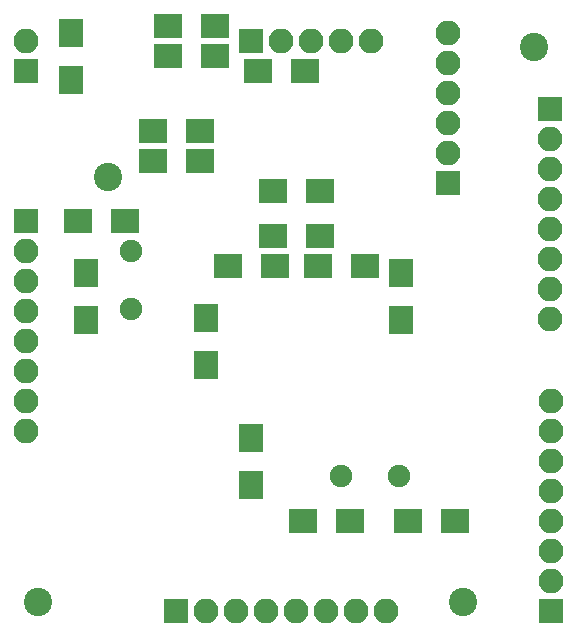
<source format=gbs>
G04 #@! TF.FileFunction,Soldermask,Bot*
%FSLAX46Y46*%
G04 Gerber Fmt 4.6, Leading zero omitted, Abs format (unit mm)*
G04 Created by KiCad (PCBNEW 4.0.6) date 02/27/18 09:20:59*
%MOMM*%
%LPD*%
G01*
G04 APERTURE LIST*
%ADD10C,0.100000*%
%ADD11C,2.400000*%
%ADD12R,2.400000X2.000000*%
%ADD13R,2.000000X2.400000*%
%ADD14R,2.100000X2.100000*%
%ADD15O,2.100000X2.100000*%
%ADD16R,2.400000X2.100000*%
%ADD17C,1.900000*%
G04 APERTURE END LIST*
D10*
D11*
X156000000Y-64000000D03*
D12*
X117380000Y-78740000D03*
X121380000Y-78740000D03*
D13*
X118110000Y-87090000D03*
X118110000Y-83090000D03*
D12*
X140430000Y-104140000D03*
X136430000Y-104140000D03*
X145320000Y-104140000D03*
X149320000Y-104140000D03*
X137890000Y-76200000D03*
X133890000Y-76200000D03*
X137700000Y-82550000D03*
X141700000Y-82550000D03*
X130080000Y-82550000D03*
X134080000Y-82550000D03*
D13*
X144780000Y-87090000D03*
X144780000Y-83090000D03*
X132080000Y-97060000D03*
X132080000Y-101060000D03*
X128270000Y-90900000D03*
X128270000Y-86900000D03*
X116840000Y-66770000D03*
X116840000Y-62770000D03*
D12*
X123730000Y-71120000D03*
X127730000Y-71120000D03*
X123730000Y-73660000D03*
X127730000Y-73660000D03*
X129000000Y-64770000D03*
X125000000Y-64770000D03*
X129000000Y-62230000D03*
X125000000Y-62230000D03*
D14*
X113030000Y-66040000D03*
D15*
X113030000Y-63500000D03*
D16*
X133890000Y-80010000D03*
X137890000Y-80010000D03*
X132620000Y-66040000D03*
X136620000Y-66040000D03*
D17*
X121920000Y-81280000D03*
X121920000Y-86160000D03*
X139700000Y-100330000D03*
X144580000Y-100330000D03*
D14*
X113030000Y-78740000D03*
D15*
X113030000Y-81280000D03*
X113030000Y-83820000D03*
X113030000Y-86360000D03*
X113030000Y-88900000D03*
X113030000Y-91440000D03*
X113030000Y-93980000D03*
X113030000Y-96520000D03*
D14*
X125730000Y-111760000D03*
D15*
X128270000Y-111760000D03*
X130810000Y-111760000D03*
X133350000Y-111760000D03*
X135890000Y-111760000D03*
X138430000Y-111760000D03*
X140970000Y-111760000D03*
X143510000Y-111760000D03*
D14*
X148780500Y-75476100D03*
D15*
X148780500Y-72936100D03*
X148780500Y-70396100D03*
X148780500Y-67856100D03*
X148780500Y-65316100D03*
X148780500Y-62776100D03*
D14*
X157480000Y-111760000D03*
D15*
X157480000Y-109220000D03*
X157480000Y-106680000D03*
X157480000Y-104140000D03*
X157480000Y-101600000D03*
X157480000Y-99060000D03*
X157480000Y-96520000D03*
X157480000Y-93980000D03*
D14*
X157353000Y-69253100D03*
D15*
X157353000Y-71793100D03*
X157353000Y-74333100D03*
X157353000Y-76873100D03*
X157353000Y-79413100D03*
X157353000Y-81953100D03*
X157353000Y-84493100D03*
X157353000Y-87033100D03*
D14*
X132080000Y-63500000D03*
D15*
X134620000Y-63500000D03*
X137160000Y-63500000D03*
X139700000Y-63500000D03*
X142240000Y-63500000D03*
D11*
X114000000Y-111000000D03*
X150000000Y-111000000D03*
X120000000Y-75000000D03*
M02*

</source>
